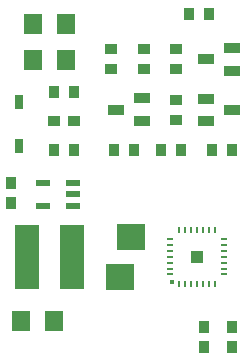
<source format=gtp>
G75*
%MOIN*%
%OFA0B0*%
%FSLAX24Y24*%
%IPPOS*%
%LPD*%
%AMOC8*
5,1,8,0,0,1.08239X$1,22.5*
%
%ADD10R,0.0531X0.0374*%
%ADD11R,0.0413X0.0374*%
%ADD12R,0.0374X0.0413*%
%ADD13R,0.0452X0.0197*%
%ADD14R,0.0826X0.2145*%
%ADD15R,0.0256X0.0452*%
%ADD16R,0.0610X0.0689*%
%ADD17R,0.0102X0.0220*%
%ADD18R,0.0394X0.0394*%
%ADD19R,0.0118X0.0118*%
%ADD20R,0.0220X0.0102*%
%ADD21R,0.0230X0.0480*%
%ADD22R,0.0960X0.0900*%
D10*
X005441Y011132D03*
X005441Y011880D03*
X004575Y011506D03*
X007579Y011876D03*
X007579Y011128D03*
X008446Y011502D03*
X008446Y012808D03*
X008446Y013556D03*
X007579Y013182D03*
D11*
X006572Y013517D03*
X006572Y012847D03*
X006572Y011837D03*
X006572Y011167D03*
X005492Y012847D03*
X005492Y013517D03*
X004412Y013517D03*
X004412Y012847D03*
X003155Y011137D03*
X002485Y011137D03*
D12*
X002485Y012097D03*
X003155Y012097D03*
X003155Y010177D03*
X002485Y010177D03*
X001082Y009071D03*
X001082Y008402D03*
X004492Y010177D03*
X005161Y010177D03*
X006052Y010177D03*
X006721Y010177D03*
X007765Y010177D03*
X008435Y010177D03*
X007676Y014683D03*
X007007Y014683D03*
X007507Y004258D03*
X007507Y003589D03*
X008448Y003589D03*
X008448Y004258D03*
D13*
X003144Y008309D03*
X003144Y008683D03*
X003144Y009057D03*
X002121Y009057D03*
X002121Y008309D03*
D14*
X001589Y006602D03*
X003101Y006602D03*
D15*
X001322Y010289D03*
X001322Y011745D03*
D16*
X001409Y004465D03*
X002511Y004465D03*
X002891Y013177D03*
X002891Y014377D03*
X001789Y014377D03*
X001789Y013177D03*
D17*
X006676Y007508D03*
X006873Y007508D03*
X007070Y007508D03*
X007267Y007508D03*
X007463Y007508D03*
X007660Y007508D03*
X007857Y007508D03*
X007857Y005697D03*
X007660Y005697D03*
X007463Y005697D03*
X007267Y005697D03*
X007070Y005697D03*
X006873Y005697D03*
X006676Y005697D03*
D18*
X007267Y006602D03*
D19*
X006440Y005776D03*
D20*
X006361Y006012D03*
X006361Y006209D03*
X006361Y006406D03*
X006361Y006602D03*
X006361Y006799D03*
X006361Y006996D03*
X006361Y007193D03*
X008172Y007193D03*
X008172Y006996D03*
X008172Y006799D03*
X008172Y006602D03*
X008172Y006406D03*
X008172Y006209D03*
X008172Y006012D03*
D21*
X005223Y007273D03*
X004899Y007273D03*
X004862Y005930D03*
X004538Y005930D03*
D22*
X004700Y005930D03*
X005061Y007273D03*
M02*

</source>
